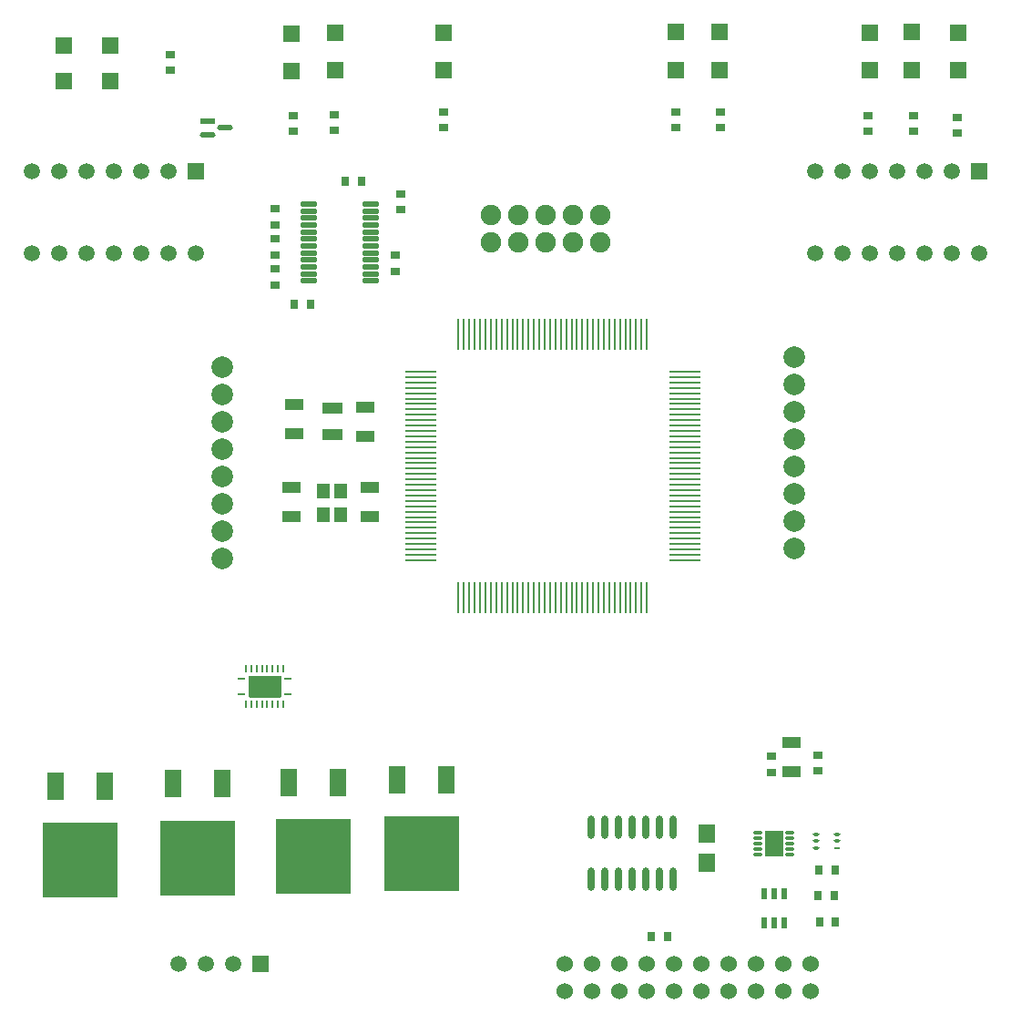
<source format=gbr>
%TF.GenerationSoftware,Altium Limited,Altium Designer,24.1.2 (44)*%
G04 Layer_Color=255*
%FSLAX45Y45*%
%MOMM*%
%TF.SameCoordinates,E01E6690-4C2E-4FB1-AE08-5A5A66155338*%
%TF.FilePolarity,Positive*%
%TF.FileFunction,Pads,Top*%
%TF.Part,Single*%
G01*
G75*
%TA.AperFunction,SMDPad,CuDef*%
G04:AMPARAMS|DCode=11|XSize=2.05mm|YSize=3.05mm|CornerRadius=0.05125mm|HoleSize=0mm|Usage=FLASHONLY|Rotation=90.000|XOffset=0mm|YOffset=0mm|HoleType=Round|Shape=RoundedRectangle|*
%AMROUNDEDRECTD11*
21,1,2.05000,2.94750,0,0,90.0*
21,1,1.94750,3.05000,0,0,90.0*
1,1,0.10250,1.47375,0.97375*
1,1,0.10250,1.47375,-0.97375*
1,1,0.10250,-1.47375,-0.97375*
1,1,0.10250,-1.47375,0.97375*
%
%ADD11ROUNDEDRECTD11*%
G04:AMPARAMS|DCode=12|XSize=0.24mm|YSize=0.6mm|CornerRadius=0.0504mm|HoleSize=0mm|Usage=FLASHONLY|Rotation=90.000|XOffset=0mm|YOffset=0mm|HoleType=Round|Shape=RoundedRectangle|*
%AMROUNDEDRECTD12*
21,1,0.24000,0.49920,0,0,90.0*
21,1,0.13920,0.60000,0,0,90.0*
1,1,0.10080,0.24960,0.06960*
1,1,0.10080,0.24960,-0.06960*
1,1,0.10080,-0.24960,-0.06960*
1,1,0.10080,-0.24960,0.06960*
%
%ADD12ROUNDEDRECTD12*%
G04:AMPARAMS|DCode=13|XSize=0.6mm|YSize=0.24mm|CornerRadius=0.0504mm|HoleSize=0mm|Usage=FLASHONLY|Rotation=90.000|XOffset=0mm|YOffset=0mm|HoleType=Round|Shape=RoundedRectangle|*
%AMROUNDEDRECTD13*
21,1,0.60000,0.13920,0,0,90.0*
21,1,0.49920,0.24000,0,0,90.0*
1,1,0.10080,0.06960,0.24960*
1,1,0.10080,0.06960,-0.24960*
1,1,0.10080,-0.06960,-0.24960*
1,1,0.10080,-0.06960,0.24960*
%
%ADD13ROUNDEDRECTD13*%
%ADD14R,1.50000X1.50000*%
%ADD15R,0.90000X0.65000*%
%ADD16O,0.22000X3.00000*%
%ADD17O,3.00000X0.22000*%
%ADD18R,0.70000X0.90000*%
%ADD19R,0.90000X0.70000*%
G04:AMPARAMS|DCode=20|XSize=1.65mm|YSize=2.4mm|CornerRadius=0.0495mm|HoleSize=0mm|Usage=FLASHONLY|Rotation=180.000|XOffset=0mm|YOffset=0mm|HoleType=Round|Shape=RoundedRectangle|*
%AMROUNDEDRECTD20*
21,1,1.65000,2.30100,0,0,180.0*
21,1,1.55100,2.40000,0,0,180.0*
1,1,0.09900,-0.77550,1.15050*
1,1,0.09900,0.77550,1.15050*
1,1,0.09900,0.77550,-1.15050*
1,1,0.09900,-0.77550,-1.15050*
%
%ADD20ROUNDEDRECTD20*%
G04:AMPARAMS|DCode=21|XSize=0.28mm|YSize=0.85mm|CornerRadius=0.0504mm|HoleSize=0mm|Usage=FLASHONLY|Rotation=270.000|XOffset=0mm|YOffset=0mm|HoleType=Round|Shape=RoundedRectangle|*
%AMROUNDEDRECTD21*
21,1,0.28000,0.74920,0,0,270.0*
21,1,0.17920,0.85000,0,0,270.0*
1,1,0.10080,-0.37460,-0.08960*
1,1,0.10080,-0.37460,0.08960*
1,1,0.10080,0.37460,0.08960*
1,1,0.10080,0.37460,-0.08960*
%
%ADD21ROUNDEDRECTD21*%
%ADD22R,0.60000X1.10000*%
%ADD23R,1.15000X1.40000*%
%ADD24R,1.70000X1.10000*%
%ADD25O,0.60000X2.20000*%
%ADD26R,1.50000X1.50000*%
%ADD27R,7.00000X7.00000*%
%ADD28R,1.50000X2.50000*%
G04:AMPARAMS|DCode=29|XSize=1.46395mm|YSize=0.47583mm|CornerRadius=0.23791mm|HoleSize=0mm|Usage=FLASHONLY|Rotation=0.000|XOffset=0mm|YOffset=0mm|HoleType=Round|Shape=RoundedRectangle|*
%AMROUNDEDRECTD29*
21,1,1.46395,0.00000,0,0,0.0*
21,1,0.98813,0.47583,0,0,0.0*
1,1,0.47583,0.49406,0.00000*
1,1,0.47583,-0.49406,0.00000*
1,1,0.47583,-0.49406,0.00000*
1,1,0.47583,0.49406,0.00000*
%
%ADD29ROUNDEDRECTD29*%
%ADD30R,1.46395X0.47583*%
G04:AMPARAMS|DCode=31|XSize=1.5mm|YSize=0.45mm|CornerRadius=0.0495mm|HoleSize=0mm|Usage=FLASHONLY|Rotation=0.000|XOffset=0mm|YOffset=0mm|HoleType=Round|Shape=RoundedRectangle|*
%AMROUNDEDRECTD31*
21,1,1.50000,0.35100,0,0,0.0*
21,1,1.40100,0.45000,0,0,0.0*
1,1,0.09900,0.70050,-0.17550*
1,1,0.09900,-0.70050,-0.17550*
1,1,0.09900,-0.70050,0.17550*
1,1,0.09900,0.70050,0.17550*
%
%ADD31ROUNDEDRECTD31*%
%ADD32R,1.50000X1.75000*%
G04:AMPARAMS|DCode=33|XSize=0.61107mm|YSize=0.29247mm|CornerRadius=0.14624mm|HoleSize=0mm|Usage=FLASHONLY|Rotation=180.000|XOffset=0mm|YOffset=0mm|HoleType=Round|Shape=RoundedRectangle|*
%AMROUNDEDRECTD33*
21,1,0.61107,0.00000,0,0,180.0*
21,1,0.31860,0.29247,0,0,180.0*
1,1,0.29247,-0.15930,0.00000*
1,1,0.29247,0.15930,0.00000*
1,1,0.29247,0.15930,0.00000*
1,1,0.29247,-0.15930,0.00000*
%
%ADD33ROUNDEDRECTD33*%
%ADD34R,0.61107X0.29247*%
%ADD35R,1.90000X1.10000*%
%TA.AperFunction,ComponentPad*%
%ADD41C,1.52400*%
%ADD42C,1.50000*%
%ADD43R,1.50000X1.50000*%
%ADD44C,2.00000*%
%ADD45C,1.90000*%
%ADD46R,1.50000X1.50000*%
D11*
X7342414Y6160699D02*
D03*
D12*
X7557414Y6235700D02*
D03*
Y6085698D02*
D03*
X7127413Y6235700D02*
D03*
Y6085698D02*
D03*
D13*
X7167413Y6325697D02*
D03*
X7217415D02*
D03*
X7267412D02*
D03*
X7317415D02*
D03*
X7367412D02*
D03*
X7417415D02*
D03*
X7467412D02*
D03*
X7517414D02*
D03*
Y5995700D02*
D03*
X7467412D02*
D03*
X7417415D02*
D03*
X7367412D02*
D03*
X7317415D02*
D03*
X7267412D02*
D03*
X7217415D02*
D03*
X7167413D02*
D03*
D14*
X9004300Y11889999D02*
D03*
Y12240001D02*
D03*
X8001000Y11889999D02*
D03*
Y12240001D02*
D03*
X13792200Y11889999D02*
D03*
Y12240001D02*
D03*
X12966701Y11887200D02*
D03*
Y12237202D02*
D03*
X13360400Y11892798D02*
D03*
Y12242800D02*
D03*
X7594600Y11877299D02*
D03*
Y12227301D02*
D03*
X11569700Y11892798D02*
D03*
Y12242800D02*
D03*
X11163300Y11892798D02*
D03*
Y12242800D02*
D03*
D15*
X7988300Y11477102D02*
D03*
Y11332098D02*
D03*
X9004300Y11502502D02*
D03*
Y11357498D02*
D03*
X11163300Y11498798D02*
D03*
Y11353800D02*
D03*
X11582400Y11502502D02*
D03*
Y11357498D02*
D03*
X13373100Y11464402D02*
D03*
Y11319398D02*
D03*
X13779500Y11451702D02*
D03*
Y11306698D02*
D03*
X12953999Y11464402D02*
D03*
Y11319398D02*
D03*
X7607300Y11468100D02*
D03*
Y11323102D02*
D03*
D16*
X9145702Y9436100D02*
D03*
X9195704D02*
D03*
X9245702D02*
D03*
X9295704D02*
D03*
X9345701D02*
D03*
X9395704D02*
D03*
X9445701D02*
D03*
X9495704D02*
D03*
X9545701D02*
D03*
X9595703D02*
D03*
X9645701D02*
D03*
X9695703D02*
D03*
X9745701D02*
D03*
X9795703D02*
D03*
X9845700D02*
D03*
X9895703D02*
D03*
X9945700D02*
D03*
X9995703D02*
D03*
X10045700D02*
D03*
X10095702D02*
D03*
X10145700D02*
D03*
X10195702D02*
D03*
X10245700D02*
D03*
X10295702D02*
D03*
X10345699D02*
D03*
X10395702D02*
D03*
X10445699D02*
D03*
X10495702D02*
D03*
X10545699D02*
D03*
X10595701D02*
D03*
X10645699D02*
D03*
X10695701D02*
D03*
X10745699D02*
D03*
X10795701D02*
D03*
X10845698D02*
D03*
X10895701D02*
D03*
Y6986102D02*
D03*
X10845698D02*
D03*
X10795701D02*
D03*
X10745699D02*
D03*
X10695701D02*
D03*
X10645699D02*
D03*
X10595701D02*
D03*
X10545699D02*
D03*
X10495702D02*
D03*
X10445699D02*
D03*
X10395702D02*
D03*
X10345699D02*
D03*
X10295702D02*
D03*
X10245700D02*
D03*
X10195702D02*
D03*
X10145700D02*
D03*
X10095702D02*
D03*
X10045700D02*
D03*
X9995703D02*
D03*
X9945700D02*
D03*
X9895703D02*
D03*
X9845700D02*
D03*
X9795703D02*
D03*
X9745701D02*
D03*
X9695703D02*
D03*
X9645701D02*
D03*
X9595703D02*
D03*
X9545701D02*
D03*
X9495704D02*
D03*
X9445701D02*
D03*
X9395704D02*
D03*
X9345701D02*
D03*
X9295704D02*
D03*
X9245702D02*
D03*
X9195704D02*
D03*
X9145702D02*
D03*
D17*
X11245698Y9086098D02*
D03*
Y9036101D02*
D03*
Y8986098D02*
D03*
Y8936101D02*
D03*
Y8886099D02*
D03*
Y8836101D02*
D03*
Y8786099D02*
D03*
Y8736101D02*
D03*
Y8686099D02*
D03*
Y8636102D02*
D03*
Y8586099D02*
D03*
Y8536102D02*
D03*
Y8486099D02*
D03*
Y8436102D02*
D03*
Y8386100D02*
D03*
Y8336102D02*
D03*
Y8286100D02*
D03*
Y8236102D02*
D03*
Y8186100D02*
D03*
Y8136103D02*
D03*
Y8086100D02*
D03*
Y8036103D02*
D03*
Y7986100D02*
D03*
Y7936103D02*
D03*
Y7886101D02*
D03*
Y7836103D02*
D03*
Y7786101D02*
D03*
Y7736103D02*
D03*
Y7686101D02*
D03*
Y7636104D02*
D03*
Y7586101D02*
D03*
Y7536104D02*
D03*
Y7486101D02*
D03*
Y7436104D02*
D03*
Y7386102D02*
D03*
Y7336104D02*
D03*
X8795700D02*
D03*
Y7386102D02*
D03*
Y7436104D02*
D03*
Y7486101D02*
D03*
Y7536104D02*
D03*
Y7586101D02*
D03*
Y7636104D02*
D03*
Y7686101D02*
D03*
Y7736103D02*
D03*
Y7786101D02*
D03*
Y7836103D02*
D03*
Y7886101D02*
D03*
Y7936103D02*
D03*
Y7986100D02*
D03*
Y8036103D02*
D03*
Y8086100D02*
D03*
Y8136103D02*
D03*
Y8186100D02*
D03*
Y8236102D02*
D03*
Y8286100D02*
D03*
Y8336102D02*
D03*
Y8386100D02*
D03*
Y8436102D02*
D03*
Y8486099D02*
D03*
Y8536102D02*
D03*
Y8586099D02*
D03*
Y8636102D02*
D03*
Y8686099D02*
D03*
Y8736101D02*
D03*
Y8786099D02*
D03*
Y8836101D02*
D03*
Y8886099D02*
D03*
Y8936101D02*
D03*
Y8986098D02*
D03*
Y9036101D02*
D03*
Y9086098D02*
D03*
D18*
X7621199Y9715500D02*
D03*
X7771201D02*
D03*
X11085901Y3835400D02*
D03*
X10935899D02*
D03*
X12499198Y3975100D02*
D03*
X12649200D02*
D03*
X12646802Y4457700D02*
D03*
X12496800D02*
D03*
X12635301Y4216400D02*
D03*
X12485299D02*
D03*
X8242300Y10858500D02*
D03*
X8092298D02*
D03*
D19*
X7442200Y9894499D02*
D03*
Y10044501D02*
D03*
Y10172700D02*
D03*
Y10322702D02*
D03*
Y10603301D02*
D03*
Y10453299D02*
D03*
X8610600Y10741802D02*
D03*
Y10591800D02*
D03*
X8559800Y10021499D02*
D03*
Y10171501D02*
D03*
X12484100Y5374498D02*
D03*
Y5524500D02*
D03*
X12052300Y5360599D02*
D03*
Y5510601D02*
D03*
X6464300Y11887200D02*
D03*
Y12037202D02*
D03*
D20*
X12077700Y4699000D02*
D03*
D21*
X12225198Y4599000D02*
D03*
Y4648998D02*
D03*
Y4699000D02*
D03*
Y4749002D02*
D03*
Y4799000D02*
D03*
X11930202D02*
D03*
Y4749002D02*
D03*
Y4699000D02*
D03*
Y4648998D02*
D03*
Y4599000D02*
D03*
D22*
X12172701Y3967099D02*
D03*
X12077700D02*
D03*
X11982699D02*
D03*
Y4237101D02*
D03*
X12077700D02*
D03*
X12172701D02*
D03*
D23*
X8051800Y7979700D02*
D03*
Y7759700D02*
D03*
X7891800D02*
D03*
Y7979700D02*
D03*
D24*
X7594600Y8009001D02*
D03*
Y7738999D02*
D03*
X8318500Y7743698D02*
D03*
Y8013700D02*
D03*
X12242800Y5372100D02*
D03*
Y5642102D02*
D03*
X7620000Y8779002D02*
D03*
Y8509000D02*
D03*
X8280400Y8488299D02*
D03*
Y8758301D02*
D03*
D25*
X11137900Y4850100D02*
D03*
X11010900D02*
D03*
X10883900D02*
D03*
X10756900D02*
D03*
X10629900D02*
D03*
X10502900D02*
D03*
X10375900D02*
D03*
X11137900Y4370100D02*
D03*
X11010900D02*
D03*
X10883900D02*
D03*
X10756900D02*
D03*
X10629900D02*
D03*
X10502900D02*
D03*
X10375900D02*
D03*
D26*
X5474599Y12115698D02*
D03*
Y11785702D02*
D03*
X5904601Y12115698D02*
D03*
Y11785702D02*
D03*
D27*
X7797800Y4580799D02*
D03*
X8801100Y4606199D02*
D03*
X6718300Y4568099D02*
D03*
X5626100Y4546600D02*
D03*
D28*
X7567798Y5270800D02*
D03*
X8027802D02*
D03*
X8571098Y5296200D02*
D03*
X9031102D02*
D03*
X6488298Y5258100D02*
D03*
X6948302D02*
D03*
X5396098Y5236601D02*
D03*
X5856102D02*
D03*
D29*
X6978112Y11353800D02*
D03*
X6814088Y11288801D02*
D03*
D30*
Y11418799D02*
D03*
D31*
X8329102Y10644500D02*
D03*
Y10579501D02*
D03*
Y10514498D02*
D03*
Y10449499D02*
D03*
Y10384500D02*
D03*
Y10319502D02*
D03*
Y10254498D02*
D03*
Y10189500D02*
D03*
Y10124501D02*
D03*
Y10059502D02*
D03*
Y9994499D02*
D03*
Y9929500D02*
D03*
X7749098D02*
D03*
Y9994499D02*
D03*
Y10059502D02*
D03*
Y10124501D02*
D03*
Y10189500D02*
D03*
Y10254498D02*
D03*
Y10319502D02*
D03*
Y10384500D02*
D03*
Y10449499D02*
D03*
Y10514498D02*
D03*
Y10579501D02*
D03*
Y10644500D02*
D03*
D32*
X11455400Y4796201D02*
D03*
Y4521200D02*
D03*
D33*
X12471796Y4659401D02*
D03*
Y4724400D02*
D03*
Y4789399D02*
D03*
X12661900D02*
D03*
Y4724400D02*
D03*
D34*
Y4659401D02*
D03*
D35*
X7975600Y8748298D02*
D03*
Y8498302D02*
D03*
D41*
X10134590Y3581390D02*
D03*
X10388600Y3581400D02*
D03*
X10642600D02*
D03*
X10896600D02*
D03*
X11150600D02*
D03*
X11404600D02*
D03*
X11658590Y3581390D02*
D03*
X11912600Y3581400D02*
D03*
X12166600D02*
D03*
X12420600D02*
D03*
Y3327400D02*
D03*
X12166590Y3327390D02*
D03*
X11912600Y3327400D02*
D03*
X11658600D02*
D03*
X11404600D02*
D03*
X11150600D02*
D03*
X10896600D02*
D03*
X10642600D02*
D03*
X10388600D02*
D03*
X10134600D02*
D03*
D42*
X6540500Y3581400D02*
D03*
X6794500D02*
D03*
X7048500D02*
D03*
X12458700Y10185400D02*
D03*
X12712700D02*
D03*
X12966701D02*
D03*
X13220700D02*
D03*
X13474699D02*
D03*
X13728700D02*
D03*
X13982700D02*
D03*
X12458700Y10947400D02*
D03*
X12712700D02*
D03*
X12966701D02*
D03*
X13220700D02*
D03*
X13474699D02*
D03*
X13728700D02*
D03*
X5181600Y10185400D02*
D03*
X5435600D02*
D03*
X5689600D02*
D03*
X5943600D02*
D03*
X6197600D02*
D03*
X6451600D02*
D03*
X6705600D02*
D03*
X5181600Y10947400D02*
D03*
X5435600D02*
D03*
X5689600D02*
D03*
X5943600D02*
D03*
X6197600D02*
D03*
X6451600D02*
D03*
D43*
X7302500Y3581400D02*
D03*
D44*
X6946900Y9131300D02*
D03*
Y8877300D02*
D03*
Y8623300D02*
D03*
Y8369300D02*
D03*
Y8115300D02*
D03*
Y7861300D02*
D03*
Y7607300D02*
D03*
Y7353300D02*
D03*
X12268200Y7442200D02*
D03*
Y7696200D02*
D03*
Y7950200D02*
D03*
Y8204200D02*
D03*
Y8458200D02*
D03*
Y8712200D02*
D03*
Y8966200D02*
D03*
Y9220200D02*
D03*
D45*
X10464800Y10541000D02*
D03*
X10210800D02*
D03*
X9956800D02*
D03*
X9702800D02*
D03*
X9448800D02*
D03*
Y10287000D02*
D03*
X9702800D02*
D03*
X9956800D02*
D03*
X10210810Y10287010D02*
D03*
X10464800Y10287000D02*
D03*
D46*
X13982700Y10947400D02*
D03*
X6705600D02*
D03*
%TF.MD5,a1436d41a63e45ef2f09ae76aef30668*%
M02*

</source>
